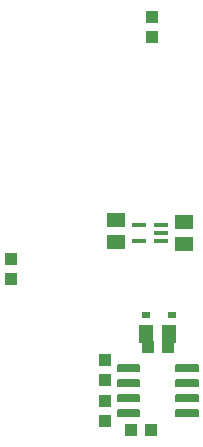
<source format=gbr>
G04 EAGLE Gerber RS-274X export*
G75*
%MOMM*%
%FSLAX34Y34*%
%LPD*%
%INSolderpaste Bottom*%
%IPPOS*%
%AMOC8*
5,1,8,0,0,1.08239X$1,22.5*%
G01*
%ADD10R,1.100000X1.000000*%
%ADD11C,0.147500*%
%ADD12R,1.000000X1.100000*%
%ADD13R,1.500000X1.300000*%
%ADD14R,1.200000X0.400000*%
%ADD15R,1.300000X1.500000*%
%ADD16R,0.800000X0.500000*%


D10*
X52388Y208988D03*
X52388Y225988D03*
D11*
X72787Y-69225D02*
X91013Y-69225D01*
X91013Y-73651D01*
X72787Y-73651D01*
X72787Y-69225D01*
X72787Y-72250D02*
X91013Y-72250D01*
X91013Y-70849D02*
X72787Y-70849D01*
X72787Y-69448D02*
X91013Y-69448D01*
X91013Y-81925D02*
X72787Y-81925D01*
X91013Y-81925D02*
X91013Y-86351D01*
X72787Y-86351D01*
X72787Y-81925D01*
X72787Y-84950D02*
X91013Y-84950D01*
X91013Y-83549D02*
X72787Y-83549D01*
X72787Y-82148D02*
X91013Y-82148D01*
X91013Y-94625D02*
X72787Y-94625D01*
X91013Y-94625D02*
X91013Y-99051D01*
X72787Y-99051D01*
X72787Y-94625D01*
X72787Y-97650D02*
X91013Y-97650D01*
X91013Y-96249D02*
X72787Y-96249D01*
X72787Y-94848D02*
X91013Y-94848D01*
X91013Y-107325D02*
X72787Y-107325D01*
X91013Y-107325D02*
X91013Y-111751D01*
X72787Y-111751D01*
X72787Y-107325D01*
X72787Y-110350D02*
X91013Y-110350D01*
X91013Y-108949D02*
X72787Y-108949D01*
X72787Y-107548D02*
X91013Y-107548D01*
X41513Y-107325D02*
X23287Y-107325D01*
X41513Y-107325D02*
X41513Y-111751D01*
X23287Y-111751D01*
X23287Y-107325D01*
X23287Y-110350D02*
X41513Y-110350D01*
X41513Y-108949D02*
X23287Y-108949D01*
X23287Y-107548D02*
X41513Y-107548D01*
X41513Y-94625D02*
X23287Y-94625D01*
X41513Y-94625D02*
X41513Y-99051D01*
X23287Y-99051D01*
X23287Y-94625D01*
X23287Y-97650D02*
X41513Y-97650D01*
X41513Y-96249D02*
X23287Y-96249D01*
X23287Y-94848D02*
X41513Y-94848D01*
X41513Y-81925D02*
X23287Y-81925D01*
X41513Y-81925D02*
X41513Y-86351D01*
X23287Y-86351D01*
X23287Y-81925D01*
X23287Y-84950D02*
X41513Y-84950D01*
X41513Y-83549D02*
X23287Y-83549D01*
X23287Y-82148D02*
X41513Y-82148D01*
X41513Y-69225D02*
X23287Y-69225D01*
X41513Y-69225D02*
X41513Y-73651D01*
X23287Y-73651D01*
X23287Y-69225D01*
X23287Y-72250D02*
X41513Y-72250D01*
X41513Y-70849D02*
X23287Y-70849D01*
X23287Y-69448D02*
X41513Y-69448D01*
D10*
X48650Y-53975D03*
X65650Y-53975D03*
X12700Y-99450D03*
X12700Y-116450D03*
D12*
X34363Y-123825D03*
X51363Y-123825D03*
D10*
X12700Y-81525D03*
X12700Y-64525D03*
D13*
X79375Y52363D03*
X79375Y33363D03*
X22225Y53950D03*
X22225Y34950D03*
D14*
X60300Y49363D03*
X60300Y42863D03*
X60300Y36363D03*
X41300Y36363D03*
X41300Y49363D03*
D15*
X47650Y-42863D03*
X66650Y-42863D03*
D16*
X69738Y-26988D03*
X47738Y-26988D03*
D10*
X-66675Y21200D03*
X-66675Y4200D03*
M02*

</source>
